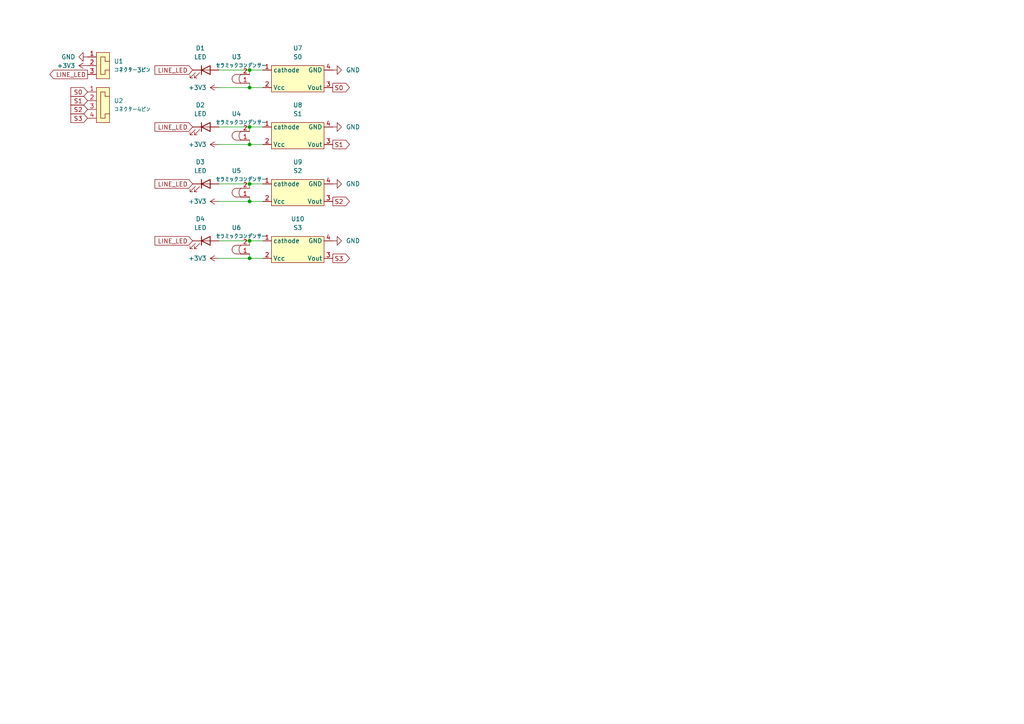
<source format=kicad_sch>
(kicad_sch (version 20211123) (generator eeschema)
  (paper "A4")
  (lib_symbols
    (symbol "Device:LED" (pin_numbers hide) (pin_names (offset 1.016) hide)
      (property "Reference" "D" (at 0 2.54 0))
      (property "Value" "LED" (at 0 -2.54 0))
      (symbol "LED_0_1"
        (polyline (pts (xy -1.27 -1.27) (xy -1.27 1.27)) (stroke (width 0.254)))
        (polyline (pts (xy -1.27 0) (xy 1.27 0)))
        (polyline (pts (xy 1.27 -1.27) (xy 1.27 1.27) (xy -1.27 0) (xy 1.27 -1.27)) (stroke (width 0.254)))
        (polyline (pts (xy -3.048 -0.762) (xy -4.572 -2.286) (xy -3.81 -2.286) (xy -4.572 -2.286) (xy -4.572 -1.524)))
        (polyline (pts (xy -1.778 -0.762) (xy -3.302 -2.286) (xy -2.54 -2.286) (xy -3.302 -2.286) (xy -3.302 -1.524)))
      )
      (symbol "LED_1_1"
        (pin passive line (at -3.81 0 0) (length 2.54) (name "K") (number "1"))
        (pin passive line (at 3.81 0 180) (length 2.54) (name "A") (number "2"))
      )
    )
    (symbol "power:+3V3" (power) (pin_names (offset 0))
      (property "Value" "+3V3" (at 0 3.556 0))
      (symbol "+3V3_0_1"
        (polyline (pts (xy -0.762 1.27) (xy 0 2.54)))
        (polyline (pts (xy 0 0) (xy 0 2.54)))
        (polyline (pts (xy 0 2.54) (xy 0.762 1.27)))
      )
      (symbol "+3V3_1_1"
        (pin power_in line (at 0 0 90) (length 0) hide (name "+3V3") (number "1"))
      )
    )
    (symbol "power:GND" (power) (pin_names (offset 0))
      (property "Value" "GND" (at 0 -3.81 0))
      (symbol "GND_0_1"
        (polyline (pts (xy 0 0) (xy 0 -1.27) (xy 1.27 -1.27) (xy 0 -2.54) (xy -1.27 -1.27) (xy 0 -1.27)))
      )
      (symbol "GND_1_1"
        (pin power_in line (at 0 0 270) (length 0) hide (name "GND") (number "1"))
      )
    )
    (symbol "自分のシンボルエディター:S4282-51,S7136"
      (property "Reference" "U" (at 0 0 0))
      (property "Value" "S4282-51,S7136" (at 0 2.54 0))
      (symbol "S4282-51,S7136_0_1"
        (rectangle (start -7.62 -1.27) (end 7.62 -8.89) (fill (type background)))
      )
      (symbol "S4282-51,S7136_1_1"
        (pin input line (at -10.16 -2.54 0) (length 2.54) (name "cathode") (number "1"))
        (pin input line (at -10.16 -7.62 0) (length 2.54) (name "Vcc") (number "2"))
        (pin input line (at 10.16 -7.62 180) (length 2.54) (name "Vout") (number "3"))
        (pin input line (at 10.16 -2.54 180) (length 2.54) (name "GND") (number "4"))
      )
    )
    (symbol "自分のシンボルエディター:コネクター3ピン"
      (property "Reference" "U" (at 6.35 0 0))
      (property "Value" "コネクター3ピン" (at 0 0 0))
      (symbol "コネクター3ピン_0_1"
        (rectangle (start -3.81 -1.27) (end 3.81 -5.08) (fill (type background)))
        (polyline (pts (xy -1.27 -2.54) (xy -1.27 -1.27)))
        (polyline (pts (xy -1.27 -2.54) (xy -2.54 -2.54) (xy -2.54 -3.81) (xy 2.54 -3.81) (xy 2.54 -2.54) (xy 1.27 -2.54) (xy 1.27 -1.27)))
      )
      (symbol "コネクター3ピン_1_1"
        (pin input line (at -2.54 -7.62 90) (length 2.54) (name "") (number "1"))
        (pin input line (at 0 -7.62 90) (length 2.54) (name "") (number "2"))
        (pin input line (at 2.54 -7.62 90) (length 2.54) (name "") (number "3"))
      )
    )
    (symbol "自分のシンボルエディター:コネクター4ピン"
      (property "Reference" "U" (at 6.35 0 0))
      (property "Value" "コネクター4ピン" (at 0 0 0))
      (symbol "コネクター4ピン_0_1"
        (rectangle (start -5.08 -1.27) (end 5.08 -5.08) (fill (type background)))
        (polyline (pts (xy -2.54 -2.54) (xy -2.54 -1.27)))
        (polyline (pts (xy -2.54 -2.54) (xy -3.81 -2.54) (xy -3.81 -3.81) (xy 3.81 -3.81) (xy 3.81 -2.54) (xy 2.54 -2.54) (xy 2.54 -1.27)))
      )
      (symbol "コネクター4ピン_1_1"
        (pin input line (at -3.81 -7.62 90) (length 2.54) (name "") (number "1"))
        (pin input line (at -1.27 -7.62 90) (length 2.54) (name "") (number "2"))
        (pin input line (at 1.27 -7.62 90) (length 2.54) (name "") (number "3"))
        (pin input line (at 3.81 -7.62 90) (length 2.54) (name "") (number "4"))
      )
    )
    (symbol "自分のシンボルエディター:セラミックコンデンサー"
      (property "Reference" "U" (at 8.89 0 0))
      (property "Value" "セラミックコンデンサー" (at 0 0 0))
      (symbol "セラミックコンデンサー_0_1"
        (arc (start 0 -1.27) (mid -0.898 -1.642) (end -1.27 -2.54))
        (polyline (pts (xy -1.27 -2.54) (xy -1.27 -3.81)))
        (polyline (pts (xy 1.27 -2.54) (xy 1.27 -3.81)))
        (arc (start 1.27 -3.81) (mid 0 -3.284) (end -1.27 -3.81))
        (arc (start 1.2701 -2.5399) (mid 0.8981 -1.6419) (end 0.0001 -1.2699))
      )
      (symbol "セラミックコンデンサー_1_1"
        (pin input line (at -1.27 -6.35 90) (length 2.54) (name "") (number "1"))
        (pin input line (at 1.27 -6.35 90) (length 2.54) (name "") (number "2"))
      )
    )
  )
  (junction (at 72.39 53.34))
  (junction (at 72.39 36.83))
  (junction (at 72.39 74.93))
  (junction (at 72.39 41.91))
  (junction (at 72.39 69.85))
  (junction (at 72.39 25.4))
  (junction (at 72.39 20.32))
  (junction (at 72.39 58.42))
  (wire (pts (xy 72.39 69.85) (xy 72.39 71.12)))
  (wire (pts (xy 72.39 20.32) (xy 63.5 20.32)))
  (wire (pts (xy 72.39 36.83) (xy 72.39 38.1)))
  (wire (pts (xy 72.39 69.85) (xy 63.5 69.85)))
  (wire (pts (xy 72.39 53.34) (xy 63.5 53.34)))
  (wire (pts (xy 76.2 58.42) (xy 72.39 58.42)))
  (wire (pts (xy 76.2 36.83) (xy 72.39 36.83)))
  (wire (pts (xy 76.2 53.34) (xy 72.39 53.34)))
  (wire (pts (xy 72.39 73.66) (xy 72.39 74.93)))
  (wire (pts (xy 76.2 69.85) (xy 72.39 69.85)))
  (wire (pts (xy 72.39 57.15) (xy 72.39 58.42)))
  (wire (pts (xy 76.2 25.4) (xy 72.39 25.4)))
  (wire (pts (xy 76.2 41.91) (xy 72.39 41.91)))
  (wire (pts (xy 72.39 25.4) (xy 63.5 25.4)))
  (wire (pts (xy 76.2 20.32) (xy 72.39 20.32)))
  (wire (pts (xy 72.39 53.34) (xy 72.39 54.61)))
  (wire (pts (xy 72.39 40.64) (xy 72.39 41.91)))
  (wire (pts (xy 72.39 20.32) (xy 72.39 21.59)))
  (wire (pts (xy 72.39 41.91) (xy 63.5 41.91)))
  (wire (pts (xy 72.39 36.83) (xy 63.5 36.83)))
  (wire (pts (xy 76.2 74.93) (xy 72.39 74.93)))
  (wire (pts (xy 72.39 24.13) (xy 72.39 25.4)))
  (wire (pts (xy 72.39 58.42) (xy 63.5 58.42)))
  (wire (pts (xy 72.39 74.93) (xy 63.5 74.93)))
  (global_label "S3" (shape output) (at 96.52 74.93 0) (property "Intersheet References" "${INTERSHEET_REFS}" (effects hide)))
  (global_label "S2" (shape input) (at 25.4 31.75 180) (property "Intersheet References" "${INTERSHEET_REFS}" (effects hide)))
  (global_label "LINE_LED" (shape input) (at 55.88 20.32 180) (property "Intersheet References" "${INTERSHEET_REFS}" (effects hide)))
  (global_label "LINE_LED" (shape input) (at 55.88 36.83 180) (property "Intersheet References" "${INTERSHEET_REFS}" (effects hide)))
  (global_label "LINE_LED" (shape input) (at 55.88 53.34 180) (property "Intersheet References" "${INTERSHEET_REFS}" (effects hide)))
  (global_label "S1" (shape input) (at 25.4 29.21 180) (property "Intersheet References" "${INTERSHEET_REFS}" (effects hide)))
  (global_label "S2" (shape output) (at 96.52 58.42 0) (property "Intersheet References" "${INTERSHEET_REFS}" (effects hide)))
  (global_label "S0" (shape input) (at 25.4 26.67 180) (property "Intersheet References" "${INTERSHEET_REFS}" (effects hide)))
  (global_label "LINE_LED" (shape output) (at 25.4 21.59 180) (property "Intersheet References" "${INTERSHEET_REFS}" (effects hide)))
  (global_label "S3" (shape input) (at 25.4 34.29 180) (property "Intersheet References" "${INTERSHEET_REFS}" (effects hide)))
  (global_label "LINE_LED" (shape input) (at 55.88 69.85 180) (property "Intersheet References" "${INTERSHEET_REFS}" (effects hide)))
  (global_label "S0" (shape output) (at 96.52 25.4 0) (property "Intersheet References" "${INTERSHEET_REFS}" (effects hide)))
  (global_label "S1" (shape output) (at 96.52 41.91 0) (property "Intersheet References" "${INTERSHEET_REFS}" (effects hide)))
  (symbol (lib_id "Device:LED") (at 59.69 69.85 0) (unit 1)
    (property "Reference" "D4" (at 58.1025 63.5 0))
    (property "Value" "LED" (at 58.1025 66.04 0))
    (property "Footprint" "自分のフットプリント:LED" (effects hide))
  )
  (symbol (lib_id "Device:LED") (at 59.69 36.83 0) (unit 1)
    (property "Reference" "D2" (at 58.1025 30.48 0))
    (property "Value" "LED" (at 58.1025 33.02 0))
    (property "Footprint" "自分のフットプリント:LED" (effects hide))
  )
  (symbol (lib_id "自分のシンボルエディター:S4282-51,S7136") (at 86.36 67.31 0) (unit 1)
    (property "Reference" "U10" (at 86.36 63.5 0))
    (property "Value" "S3" (at 86.36 66.04 0))
    (property "Footprint" "自分のフットプリント:S4282-51,S7136" (effects hide))
  )
  (symbol (lib_id "自分のシンボルエディター:S4282-51,S7136") (at 86.36 50.8 0) (unit 1)
    (property "Reference" "U9" (at 86.36 46.99 0))
    (property "Value" "S2" (at 86.36 49.53 0))
    (property "Footprint" "自分のフットプリント:S4282-51,S7136" (effects hide))
  )
  (symbol (lib_id "自分のシンボルエディター:セラミックコンデンサー") (at 66.04 22.86 90) (unit 1)
    (property "Reference" "U3" (at 68.5799 16.51 90))
    (property "Value" "セラミックコンデンサー" (at 69.85 19.05 90))
    (property "Footprint" "自分のフットプリント:セラミックコンデンサー" (effects hide))
  )
  (symbol (lib_id "自分のシンボルエディター:コネクター4ピン") (at 33.02 30.48 270) (unit 1)
    (property "Reference" "U2" (at 33.02 29.2099 90) (effects (justify left)))
    (property "Value" "コネクター4ピン" (at 33.02 31.7499 90) (effects (justify left)))
    (property "Footprint" "自分のフットプリント:L字コネクター4ピン" (effects hide))
  )
  (symbol (lib_id "自分のシンボルエディター:セラミックコンデンサー") (at 66.04 55.88 90) (unit 1)
    (property "Reference" "U5" (at 68.5799 49.53 90))
    (property "Value" "セラミックコンデンサー" (at 69.85 52.07 90))
    (property "Footprint" "自分のフットプリント:セラミックコンデンサー" (effects hide))
  )
  (symbol (lib_id "power:GND") (at 96.52 53.34 90) (unit 1)
    (property "Reference" "#PWR0103" (effects hide))
    (property "Value" "GND" (at 100.33 53.3399 90) (effects (justify right)))
  )
  (symbol (lib_id "Device:LED") (at 59.69 53.34 0) (unit 1)
    (property "Reference" "D3" (at 58.1025 46.99 0))
    (property "Value" "LED" (at 58.1025 49.53 0))
    (property "Footprint" "自分のフットプリント:LED" (effects hide))
  )
  (symbol (lib_id "power:+3V3") (at 63.5 74.93 90) (unit 1)
    (property "Reference" "#PWR0107" (effects hide))
    (property "Value" "+3V3" (at 54.61 74.93 90) (effects (justify right)))
  )
  (symbol (lib_id "power:+3V3") (at 63.5 25.4 90) (unit 1)
    (property "Reference" "#PWR0108" (effects hide))
    (property "Value" "+3V3" (at 54.61 25.4 90) (effects (justify right)))
  )
  (symbol (lib_id "Device:LED") (at 59.69 20.32 0) (unit 1)
    (property "Reference" "D1" (at 58.1025 13.97 0))
    (property "Value" "LED" (at 58.1025 16.51 0))
    (property "Footprint" "自分のフットプリント:LED" (effects hide))
  )
  (symbol (lib_id "power:+3V3") (at 63.5 58.42 90) (unit 1)
    (property "Reference" "#PWR0106" (effects hide))
    (property "Value" "+3V3" (at 54.61 58.42 90) (effects (justify right)))
  )
  (symbol (lib_id "power:GND") (at 96.52 36.83 90) (unit 1)
    (property "Reference" "#PWR0101" (effects hide))
    (property "Value" "GND" (at 100.33 36.8299 90) (effects (justify right)))
  )
  (symbol (lib_id "自分のシンボルエディター:S4282-51,S7136") (at 86.36 17.78 0) (unit 1)
    (property "Reference" "U7" (at 86.36 13.97 0))
    (property "Value" "S0" (at 86.36 16.51 0))
    (property "Footprint" "自分のフットプリント:S4282-51,S7136" (effects hide))
  )
  (symbol (lib_id "power:GND") (at 25.4 16.51 270) (unit 1)
    (property "Reference" "#PWR0109" (effects hide))
    (property "Value" "GND" (at 17.78 16.51 90) (effects (justify left)))
  )
  (symbol (lib_id "power:+3V3") (at 25.4 19.05 90) (unit 1)
    (property "Reference" "#PWR0110" (effects hide))
    (property "Value" "+3V3" (at 16.51 19.05 90) (effects (justify right)))
  )
  (symbol (lib_id "自分のシンボルエディター:セラミックコンデンサー") (at 66.04 39.37 90) (unit 1)
    (property "Reference" "U4" (at 68.5799 33.02 90))
    (property "Value" "セラミックコンデンサー" (at 69.85 35.56 90))
    (property "Footprint" "自分のフットプリント:セラミックコンデンサー" (effects hide))
  )
  (symbol (lib_id "power:+3V3") (at 63.5 41.91 90) (unit 1)
    (property "Reference" "#PWR0105" (effects hide))
    (property "Value" "+3V3" (at 54.61 41.91 90) (effects (justify right)))
  )
  (symbol (lib_id "power:GND") (at 96.52 20.32 90) (unit 1)
    (property "Reference" "#PWR0102" (effects hide))
    (property "Value" "GND" (at 100.33 20.3199 90) (effects (justify right)))
  )
  (symbol (lib_id "自分のシンボルエディター:セラミックコンデンサー") (at 66.04 72.39 90) (unit 1)
    (property "Reference" "U6" (at 68.5799 66.04 90))
    (property "Value" "セラミックコンデンサー" (at 69.85 68.58 90))
    (property "Footprint" "自分のフットプリント:セラミックコンデンサー" (effects hide))
  )
  (symbol (lib_id "power:GND") (at 96.52 69.85 90) (unit 1)
    (property "Reference" "#PWR0104" (effects hide))
    (property "Value" "GND" (at 100.33 69.8499 90) (effects (justify right)))
  )
  (symbol (lib_id "自分のシンボルエディター:コネクター3ピン") (at 33.02 19.05 270) (unit 1)
    (property "Reference" "U1" (at 33.02 17.7799 90) (effects (justify left)))
    (property "Value" "コネクター3ピン" (at 33.02 20.3199 90) (effects (justify left)))
    (property "Footprint" "自分のフットプリント:L字コネクター3ピン" (effects hide))
  )
  (symbol (lib_id "自分のシンボルエディター:S4282-51,S7136") (at 86.36 34.29 0) (unit 1)
    (property "Reference" "U8" (at 86.36 30.48 0))
    (property "Value" "S1" (at 86.36 33.02 0))
    (property "Footprint" "自分のフットプリント:S4282-51,S7136" (effects hide))
  )
)
</source>
